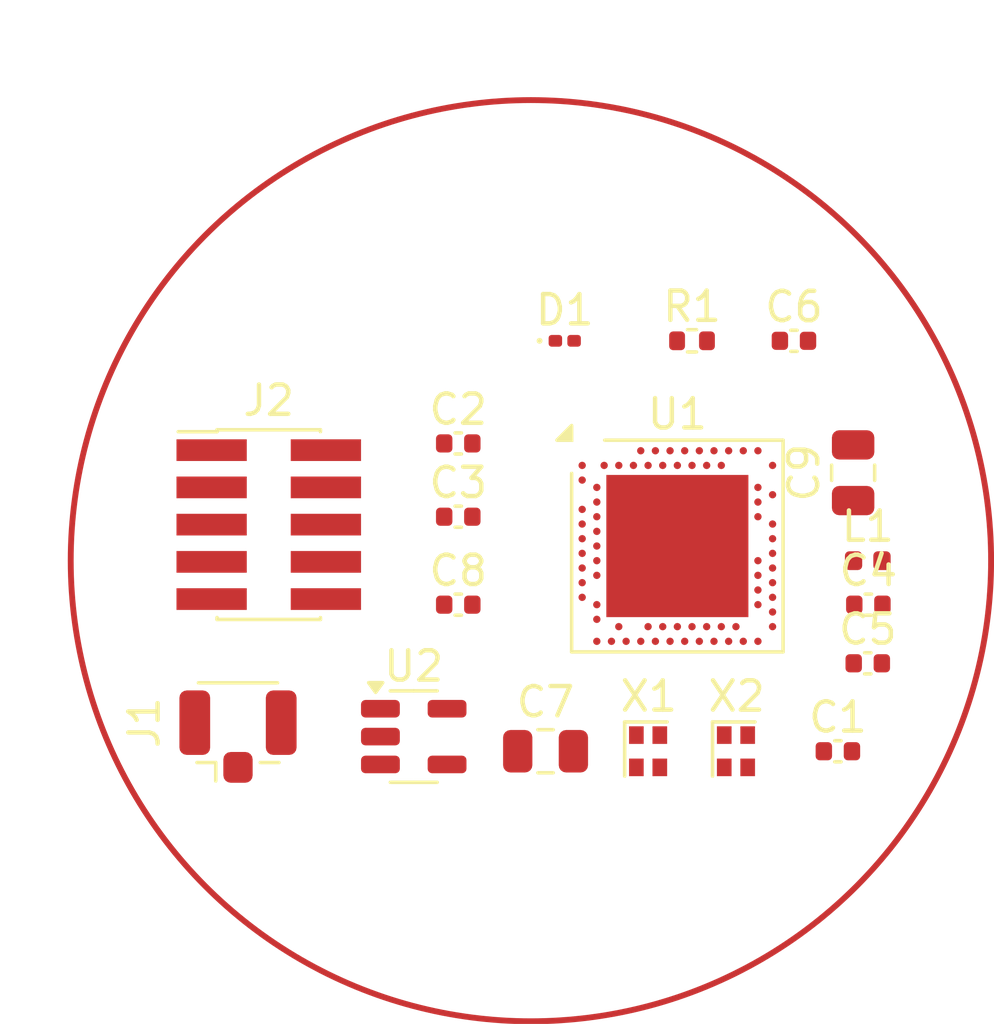
<source format=kicad_pcb>
(kicad_pcb (version 20240108) (generator "pcbnew") (generator_version "8.0")
  (layers (0 "F.Cu" signal) (31 "B.Cu" signal) (34 "B.Paste" user) (35 "F.Paste" user) (36 "B.SilkS" user "B.Silkscreen") (37 "F.SilkS" user "F.Silkscreen") (38 "B.Mask" user) (39 "F.Mask" user) (44 "Edge.Cuts" user))
  (net 0 "")
  (net 1 "Net-(U1-P0.01{slash}XL2)")
  (net 2 "GND")
  (net 3 "Net-(U1-P0.00{slash}XL1)")
  (net 5 "Net-(C4-Pad1)")
  (net 6 "Net-(U1-ANT)")
  (net 7 "+3.3V")
  (net 8 "+5V")
  (net 9 "Net-(J2-~{RESET})")
  (net 10 "Net-(D1-K)")
  (net 11 "Net-(D1-A)")
  (net 14 "Net-(J2-SWDIO)")
  (net 16 "Net-(J2-VCC)")
  (net 17 "Net-(J2-SWCLK)")
  (net 19 "Net-(U1-XC2)")
  (net 28 "Net-(U1-XC1)")
  (footprint "Connector_PinHeader_1.27mm:PinHeader_2x05_P1.27mm_Vertical_SMD" (layer "F.Cu") (at 120.05 77.77)
    (property "Reference" "J2" (at 0 -4.235 0) (layer "F.SilkS"))
    (property "Value" "Conn_ARM_SWD_TagConnect_TC2030")
    (fp_line (start -3.09 -3.17) (end -1.765 -3.17) (stroke (width 0.12)) (layer "F.SilkS"))
    (fp_line (start -1.765 -3.235) (end -1.765 -3.17) (stroke (width 0.12)) (layer "F.SilkS"))
    (fp_line (start -1.765 -3.235) (end 1.765 -3.235) (stroke (width 0.12)) (layer "F.SilkS"))
    (fp_line (start -1.765 3.17) (end -1.765 3.235) (stroke (width 0.12)) (layer "F.SilkS"))
    (fp_line (start -1.765 3.235) (end 1.765 3.235) (stroke (width 0.12)) (layer "F.SilkS"))
    (fp_line (start 1.765 -3.235) (end 1.765 -3.17) (stroke (width 0.12)) (layer "F.SilkS"))
    (fp_line (start 1.765 3.17) (end 1.765 3.235) (stroke (width 0.12)) (layer "F.SilkS"))
    (pad "1" smd rect (at -1.95 -2.54) (size 2.4 0.74) (layers "F.Cu" "F.Paste" "F.Mask") (net 16 "Net-(J2-VCC)"))
    (pad "2" smd rect (at 1.95 -2.54) (size 2.4 0.74) (layers "F.Cu" "F.Paste" "F.Mask") (net 14 "Net-(J2-SWDIO)"))
    (pad "3" smd rect (at -1.95 -1.27) (size 2.4 0.74) (layers "F.Cu" "F.Paste" "F.Mask") (net 9 "Net-(J2-~{RESET})"))
    (pad "4" smd rect (at 1.95 -1.27) (size 2.4 0.74) (layers "F.Cu" "F.Paste" "F.Mask") (net 17 "Net-(J2-SWCLK)"))
    (pad "5" smd rect (at -1.95 0) (size 2.4 0.74) (layers "F.Cu" "F.Paste" "F.Mask") (net 2 "GND"))
    (pad "6" smd rect (at 1.95 0) (size 2.4 0.74) (layers "F.Cu" "F.Paste" "F.Mask"))
    (pad "7" smd rect (at -1.95 1.27) (size 2.4 0.74) (layers "F.Cu" "F.Paste" "F.Mask"))
    (pad "8" smd rect (at 1.95 1.27) (size 2.4 0.74) (layers "F.Cu" "F.Paste" "F.Mask"))
    (pad "9" smd rect (at -1.95 2.54) (size 2.4 0.74) (layers "F.Cu" "F.Paste" "F.Mask"))
    (pad "10" smd rect (at 1.95 2.54) (size 2.4 0.74) (layers "F.Cu" "F.Paste" "F.Mask"))
  )
  (footprint "Connector_Coaxial:U.FL_Hirose_U.FL-R-SMT-1_Vertical" (layer "F.Cu") (at 119 85 90)
    (property "Reference" "J1" (at 0.475 -3.2 270) (layer "F.SilkS"))
    (property "Value" "Conn_Coaxial_Small")
    (fp_line (start -0.885 -1.4) (end -0.885 -0.76) (stroke (width 0.12)) (layer "F.SilkS"))
    (fp_line (start 1.835 -1.35) (end 1.835 1.35) (stroke (width 0.12)) (layer "F.SilkS"))
    (fp_line (start -0.885 -0.76) (end -1.515 -0.76) (stroke (width 0.12)) (layer "F.SilkS"))
    (fp_line (start -0.885 1.4) (end -0.885 0.76) (stroke (width 0.12)) (layer "F.SilkS"))
    (pad "1" smd roundrect (at -1.05 0 90) (size 1.05 1) (layers "F.Cu" "F.Paste" "F.Mask"))
    (pad "2" smd roundrect (at 0.475 -1.475 90) (size 2.2 1.05) (layers "F.Cu" "F.Paste" "F.Mask") (roundrect_rratio 0.2380952381))
    (pad "2" smd roundrect (at 0.475 1.475 90) (size 2.2 1.05) (layers "F.Cu" "F.Paste" "F.Mask") (roundrect_rratio 0.2380952381))
  )
  (footprint "Resistor_SMD:R_0402_1005Metric" (layer "F.Cu") (at 134.5 71.5)
    (property "Reference" "R1" (at 0 -1.17 0) (layer "F.SilkS"))
    (property "Value" "220R")
    (fp_line (start -0.153641 -0.38) (end 0.153641 -0.38) (stroke (width 0.12)) (layer "F.SilkS"))
    (fp_line (start -0.153641 0.38) (end 0.153641 0.38) (stroke (width 0.12)) (layer "F.SilkS"))
    (pad "1" smd roundrect (at -0.51 0) (size 0.54 0.64) (layers "F.Cu" "F.Paste" "F.Mask") (net 10 "Net-(D1-K)"))
    (pad "2" smd roundrect (at 0.51 0) (size 0.54 0.64) (layers "F.Cu" "F.Paste" "F.Mask") (net 2 "GND"))
  )
  (footprint "Capacitor_SMD:C_0402_1005Metric" (layer "F.Cu") (at 126.52 77.5)
    (property "Reference" "C3" (at 0 -1.16 0) (layer "F.SilkS"))
    (property "Value" "NC")
    (fp_line (start -0.107836 -0.36) (end 0.107836 -0.36) (stroke (width 0.12)) (layer "F.SilkS"))
    (fp_line (start -0.107836 0.36) (end 0.107836 0.36) (stroke (width 0.12)) (layer "F.SilkS"))
    (pad "1" smd roundrect (at -0.48 0) (size 0.56 0.62) (layers "F.Cu" "F.Paste" "F.Mask"))
    (pad "2" smd roundrect (at 0.48 0) (size 0.56 0.62) (layers "F.Cu" "F.Paste" "F.Mask") (net 2 "GND"))
  )
  (footprint "Oscillator:Oscillator_SMD_Abracon_ASCO-4Pin_1.6x1.2mm" (layer "F.Cu") (at 136 85.5)
    (property "Reference" "X2" (at 0.025 -1.875 0) (layer "F.SilkS"))
    (property "Value" "32kHz768")
    (fp_line (start -0.8 -1) (end -0.8 0.85) (stroke (width 0.12)) (layer "F.SilkS"))
    (fp_line (start 0.65 -1) (end -0.8 -1) (stroke (width 0.12)) (layer "F.SilkS"))
    (pad "1" smd rect (at -0.4 -0.55) (size 0.5 0.6) (layers "F.Cu" "F.Paste" "F.Mask") (net 1 "Net-(U1-P0.01{slash}XL2)"))
    (pad "2" smd rect (at -0.4 0.55) (size 0.5 0.6) (layers "F.Cu" "F.Paste" "F.Mask") (net 3 "Net-(U1-P0.00{slash}XL1)"))
    (pad "3" smd rect (at 0.4 0.55) (size 0.5 0.6) (layers "F.Cu" "F.Paste" "F.Mask"))
    (pad "4" smd rect (at 0.4 -0.55) (size 0.5 0.6) (layers "F.Cu" "F.Paste" "F.Mask"))
  )
  (footprint "Capacitor_SMD:C_0402_1005Metric" (layer "F.Cu") (at 126.52 75)
    (property "Reference" "C2" (at 0 -1.16 0) (layer "F.SilkS"))
    (property "Value" "12pF")
    (fp_line (start -0.107836 -0.36) (end 0.107836 -0.36) (stroke (width 0.12)) (layer "F.SilkS"))
    (fp_line (start -0.107836 0.36) (end 0.107836 0.36) (stroke (width 0.12)) (layer "F.SilkS"))
    (pad "1" smd roundrect (at -0.48 0) (size 0.56 0.62) (layers "F.Cu" "F.Paste" "F.Mask") (net 2 "GND"))
    (pad "2" smd roundrect (at 0.48 0) (size 0.56 0.62) (layers "F.Cu" "F.Paste" "F.Mask") (net 3 "Net-(U1-P0.00{slash}XL1)"))
  )
  (footprint "Oscillator:Oscillator_SMD_Abracon_ASCO-4Pin_1.6x1.2mm" (layer "F.Cu") (at 133 85.5)
    (property "Reference" "X1" (at 0.025 -1.875 0) (layer "F.SilkS"))
    (property "Value" "32MHz")
    (fp_line (start -0.8 -1) (end -0.8 0.85) (stroke (width 0.12)) (layer "F.SilkS"))
    (fp_line (start 0.65 -1) (end -0.8 -1) (stroke (width 0.12)) (layer "F.SilkS"))
    (pad "1" smd rect (at -0.4 -0.55) (size 0.5 0.6) (layers "F.Cu" "F.Paste" "F.Mask") (net 19 "Net-(U1-XC2)"))
    (pad "2" smd rect (at -0.4 0.55) (size 0.5 0.6) (layers "F.Cu" "F.Paste" "F.Mask") (net 2 "GND"))
    (pad "3" smd rect (at 0.4 0.55) (size 0.5 0.6) (layers "F.Cu" "F.Paste" "F.Mask") (net 28 "Net-(U1-XC1)"))
    (pad "4" smd rect (at 0.4 -0.55) (size 0.5 0.6) (layers "F.Cu" "F.Paste" "F.Mask") (net 2 "GND"))
  )
  (footprint "Package_DFN_QFN:Nordic_AQFN-73-1EP_7x7mm_P0.5mm" (layer "F.Cu") (at 134 78.5)
    (property "Reference" "U1" (at 0 -4.5 0) (layer "F.SilkS"))
    (property "Value" "NRF52840-CKAA-R")
    (fp_line (start -3.61 -2.48) (end -3.61 3.61) (stroke (width 0.12)) (layer "F.SilkS"))
    (fp_line (start -3.61 3.61) (end 3.61 3.61) (stroke (width 0.12)) (layer "F.SilkS"))
    (fp_line (start 3.61 -3.61) (end -2.48 -3.61) (stroke (width 0.12)) (layer "F.SilkS"))
    (fp_line (start 3.61 3.61) (end 3.61 -3.61) (stroke (width 0.12)) (layer "F.SilkS"))
    (fp_poly (pts (xy -3.61 -3.61) (xy -4.11 -3.61) (xy -3.61 -4.11) (xy -3.61 -3.61)) (stroke (width 0.12)) (fill solid) (layer "F.SilkS"))
    (pad "A8" smd circle (at -1.25 -3.25 180) (size 0.25 0.25) (property pad_prop_bga) (layers "F.Cu" "F.Paste" "F.Mask"))
    (pad "A10" smd circle (at -0.75 -3.25 180) (size 0.25 0.25) (property pad_prop_bga) (layers "F.Cu" "F.Paste" "F.Mask"))
    (pad "A12" smd circle (at -0.25 -3.25 180) (size 0.25 0.25) (property pad_prop_bga) (layers "F.Cu" "F.Paste" "F.Mask"))
    (pad "A14" smd circle (at 0.25 -3.25 180) (size 0.25 0.25) (property pad_prop_bga) (layers "F.Cu" "F.Paste" "F.Mask"))
    (pad "A16" smd circle (at 0.75 -3.25 180) (size 0.25 0.25) (property pad_prop_bga) (layers "F.Cu" "F.Paste" "F.Mask"))
    (pad "A18" smd circle (at 1.25 -3.25 180) (size 0.25 0.25) (property pad_prop_bga) (layers "F.Cu" "F.Paste" "F.Mask"))
    (pad "A20" smd circle (at 1.75 -3.25 180) (size 0.25 0.25) (property pad_prop_bga) (layers "F.Cu" "F.Paste" "F.Mask"))
    (pad "A22" smd circle (at 2.25 -3.25 180) (size 0.25 0.25) (property pad_prop_bga) (layers "F.Cu" "F.Paste" "F.Mask"))
    (pad "A23" smd circle (at 2.75 -3.25 180) (size 0.25 0.25) (property pad_prop_bga) (layers "F.Cu" "F.Paste" "F.Mask"))
    (pad "AA24" smd circle (at 3.25 2.25 180) (size 0.25 0.25) (property pad_prop_bga) (layers "F.Cu" "F.Paste" "F.Mask"))
    (pad "AB2" smd circle (at -2.75 2.5 180) (size 0.25 0.25) (property pad_prop_bga) (layers "F.Cu" "F.Paste" "F.Mask"))
    (pad "AC5" smd circle (at -2 2.75 180) (size 0.25 0.25) (property pad_prop_bga) (layers "F.Cu" "F.Paste" "F.Mask"))
    (pad "AC9" smd circle (at -1 2.75 180) (size 0.25 0.25) (property pad_prop_bga) (layers "F.Cu" "F.Paste" "F.Mask"))
    (pad "AC11" smd circle (at -0.5 2.75 180) (size 0.25 0.25) (property pad_prop_bga) (layers "F.Cu" "F.Paste" "F.Mask"))
    (pad "AC13" smd circle (at 0 2.75 180) (size 0.25 0.25) (property pad_prop_bga) (layers "F.Cu" "F.Paste" "F.Mask"))
    (pad "AC15" smd circle (at 0.5 2.75 180) (size 0.25 0.25) (property pad_prop_bga) (layers "F.Cu" "F.Paste" "F.Mask"))
    (pad "AC17" smd circle (at 1 2.75 180) (size 0.25 0.25) (property pad_prop_bga) (layers "F.Cu" "F.Paste" "F.Mask"))
    (pad "AC19" smd circle (at 1.5 2.75 180) (size 0.25 0.25) (property pad_prop_bga) (layers "F.Cu" "F.Paste" "F.Mask"))
    (pad "AC21" smd circle (at 2 2.75 180) (size 0.25 0.25) (property pad_prop_bga) (layers "F.Cu" "F.Paste" "F.Mask"))
    (pad "AC24" smd circle (at 3.25 2.75 180) (size 0.25 0.25) (property pad_prop_bga) (layers "F.Cu" "F.Paste" "F.Mask"))
    (pad "AD2" smd circle (at -2.75 3.25 180) (size 0.25 0.25) (property pad_prop_bga) (layers "F.Cu" "F.Paste" "F.Mask"))
    (pad "AD4" smd circle (at -2.25 3.25 180) (size 0.25 0.25) (property pad_prop_bga) (layers "F.Cu" "F.Paste" "F.Mask"))
    (pad "AD6" smd circle (at -1.75 3.25 180) (size 0.25 0.25) (property pad_prop_bga) (layers "F.Cu" "F.Paste" "F.Mask"))
    (pad "AD8" smd circle (at -1.25 3.25 180) (size 0.25 0.25) (property pad_prop_bga) (layers "F.Cu" "F.Paste" "F.Mask"))
    (pad "AD10" smd circle (at -0.75 3.25 180) (size 0.25 0.25) (property pad_prop_bga) (layers "F.Cu" "F.Paste" "F.Mask"))
    (pad "AD12" smd circle (at -0.25 3.25 180) (size 0.25 0.25) (property pad_prop_bga) (layers "F.Cu" "F.Paste" "F.Mask"))
    (pad "AD14" smd circle (at 0.25 3.25 180) (size 0.25 0.25) (property pad_prop_bga) (layers "F.Cu" "F.Paste" "F.Mask"))
    (pad "AD16" smd circle (at 0.75 3.25 180) (size 0.25 0.25) (property pad_prop_bga) (layers "F.Cu" "F.Paste" "F.Mask"))
    (pad "AD18" smd circle (at 1.25 3.25 180) (size 0.25 0.25) (property pad_prop_bga) (layers "F.Cu" "F.Paste" "F.Mask"))
    (pad "AD20" smd circle (at 1.75 3.25 180) (size 0.25 0.25) (property pad_prop_bga) (layers "F.Cu" "F.Paste" "F.Mask"))
    (pad "AD22" smd circle (at 2.25 3.25 180) (size 0.25 0.25) (property pad_prop_bga) (layers "F.Cu" "F.Paste" "F.Mask"))
    (pad "AD23" smd circle (at 2.75 3.25 180) (size 0.25 0.25) (property pad_prop_bga) (layers "F.Cu" "F.Paste" "F.Mask"))
    (pad "B1" smd circle (at -3.25 -2.75 180) (size 0.25 0.25) (property pad_prop_bga) (layers "F.Cu" "F.Paste" "F.Mask"))
    (pad "B3" smd circle (at -2.5 -2.75 180) (size 0.25 0.25) (property pad_prop_bga) (layers "F.Cu" "F.Paste" "F.Mask") (net 7 "+3.3V"))
    (pad "B5" smd circle (at -2 -2.75 180) (size 0.25 0.25) (property pad_prop_bga) (layers "F.Cu" "F.Paste" "F.Mask"))
    (pad "B7" smd circle (at -1.5 -2.75 180) (size 0.25 0.25) (property pad_prop_bga) (layers "F.Cu" "F.Paste" "F.Mask"))
    (pad "B9" smd circle (at -1 -2.75 180) (size 0.25 0.25) (property pad_prop_bga) (layers "F.Cu" "F.Paste" "F.Mask") (net 3 "Net-(U1-P0.00{slash}XL1)"))
    (pad "B11" smd circle (at -0.5 -2.75 180) (size 0.25 0.25) (property pad_prop_bga) (layers "F.Cu" "F.Paste" "F.Mask"))
    (pad "B13" smd circle (at 0 -2.75 180) (size 0.25 0.25) (property pad_prop_bga) (layers "F.Cu" "F.Paste" "F.Mask"))
    (pad "B15" smd circle (at 0.5 -2.75 180) (size 0.25 0.25) (property pad_prop_bga) (layers "F.Cu" "F.Paste" "F.Mask"))
    (pad "B17" smd circle (at 1 -2.75 180) (size 0.25 0.25) (property pad_prop_bga) (layers "F.Cu" "F.Paste" "F.Mask"))
    (pad "B19" smd circle (at 1.5 -2.75 180) (size 0.25 0.25) (property pad_prop_bga) (layers "F.Cu" "F.Paste" "F.Mask"))
    (pad "B24" smd circle (at 3.25 -2.75 180) (size 0.25 0.25) (property pad_prop_bga) (layers "F.Cu" "F.Paste" "F.Mask"))
    (pad "C1" smd circle (at -3.25 -2.25 180) (size 0.25 0.25) (property pad_prop_bga) (layers "F.Cu" "F.Paste" "F.Mask") (net 2 "GND"))
    (pad "D2" smd circle (at -2.75 -2 180) (size 0.25 0.25) (property pad_prop_bga) (layers "F.Cu" "F.Paste" "F.Mask"))
    (pad "D23" smd circle (at 2.75 -2 180) (size 0.25 0.25) (property pad_prop_bga) (layers "F.Cu" "F.Paste" "F.Mask"))
    (pad "E24" smd circle (at 3.25 -1.75 180) (size 0.25 0.25) (property pad_prop_bga) (layers "F.Cu" "F.Paste" "F.Mask"))
    (pad "EP" smd rect (at 0 0 180) (size 4.85 4.85) (layers "F.Cu" "F.Mask"))
    (pad "F2" smd circle (at -2.75 -1.5 180) (size 0.25 0.25) (property pad_prop_bga) (layers "F.Cu" "F.Paste" "F.Mask"))
    (pad "F23" smd circle (at 2.75 -1.5 180) (size 0.25 0.25) (property pad_prop_bga) (layers "F.Cu" "F.Paste" "F.Mask"))
    (pad "G1" smd circle (at -3.25 -1.25 180) (size 0.25 0.25) (property pad_prop_bga) (layers "F.Cu" "F.Paste" "F.Mask"))
    (pad "H2" smd circle (at -2.75 -1 180) (size 0.25 0.25) (property pad_prop_bga) (layers "F.Cu" "F.Paste" "F.Mask") (net 17 "Net-(J2-SWCLK)"))
    (pad "H23" smd circle (at 2.75 -1 180) (size 0.25 0.25) (property pad_prop_bga) (layers "F.Cu" "F.Paste" "F.Mask"))
    (pad "J1" smd circle (at -3.25 -0.75 180) (size 0.25 0.25) (property pad_prop_bga) (layers "F.Cu" "F.Paste" "F.Mask"))
    (pad "J24" smd circle (at 3.25 -0.75 180) (size 0.25 0.25) (property pad_prop_bga) (layers "F.Cu" "F.Paste" "F.Mask"))
    (pad "K2" smd circle (at -2.75 -0.5 180) (size 0.25 0.25) (property pad_prop_bga) (layers "F.Cu" "F.Paste" "F.Mask"))
    (pad "L1" smd circle (at -3.25 -0.25 180) (size 0.25 0.25) (property pad_prop_bga) (layers "F.Cu" "F.Paste" "F.Mask"))
    (pad "L24" smd circle (at 3.25 -0.25 180) (size 0.25 0.25) (property pad_prop_bga) (layers "F.Cu" "F.Paste" "F.Mask"))
    (pad "M2" smd circle (at -2.75 0 180) (size 0.25 0.25) (property pad_prop_bga) (layers "F.Cu" "F.Paste" "F.Mask"))
    (pad "N1" smd circle (at -3.25 0.25 180) (size 0.25 0.25) (property pad_prop_bga) (layers "F.Cu" "F.Paste" "F.Mask"))
    (pad "N24" smd circle (at 3.25 0.25 180) (size 0.25 0.25) (property pad_prop_bga) (layers "F.Cu" "F.Paste" "F.Mask"))
    (pad "P2" smd circle (at -2.75 0.5 180) (size 0.25 0.25) (property pad_prop_bga) (layers "F.Cu" "F.Paste" "F.Mask"))
    (pad "P23" smd circle (at 2.75 0.5 180) (size 0.25 0.25) (property pad_prop_bga) (layers "F.Cu" "F.Paste" "F.Mask"))
    (pad "R1" smd circle (at -3.25 0.75 180) (size 0.25 0.25) (property pad_prop_bga) (layers "F.Cu" "F.Paste" "F.Mask"))
    (pad "R24" smd circle (at 3.25 0.75 180) (size 0.25 0.25) (property pad_prop_bga) (layers "F.Cu" "F.Paste" "F.Mask"))
    (pad "T2" smd circle (at -2.75 1 180) (size 0.25 0.25) (property pad_prop_bga) (layers "F.Cu" "F.Paste" "F.Mask"))
    (pad "T23" smd circle (at 2.75 1 180) (size 0.25 0.25) (property pad_prop_bga) (layers "F.Cu" "F.Paste" "F.Mask"))
    (pad "U1" smd circle (at -3.25 1.25 180) (size 0.25 0.25) (property pad_prop_bga) (layers "F.Cu" "F.Paste" "F.Mask"))
    (pad "U24" smd circle (at 3.25 1.25 180) (size 0.25 0.25) (property pad_prop_bga) (layers "F.Cu" "F.Paste" "F.Mask"))
    (pad "V23" smd circle (at 2.75 1.5 180) (size 0.25 0.25) (property pad_prop_bga) (layers "F.Cu" "F.Paste" "F.Mask"))
    (pad "W1" smd circle (at -3.25 1.75 180) (size 0.25 0.25) (property pad_prop_bga) (layers "F.Cu" "F.Paste" "F.Mask"))
    (pad "W24" smd circle (at 3.25 1.75 180) (size 0.25 0.25) (property pad_prop_bga) (layers "F.Cu" "F.Paste" "F.Mask"))
    (pad "Y2" smd circle (at -2.75 2 180) (size 0.25 0.25) (property pad_prop_bga) (layers "F.Cu" "F.Paste" "F.Mask"))
    (pad "Y23" smd circle (at 2.75 2 180) (size 0.25 0.25) (property pad_prop_bga) (layers "F.Cu" "F.Paste" "F.Mask"))
  )
  (footprint "Capacitor_SMD:C_0805_2012Metric" (layer "F.Cu") (at 140 76 90)
    (property "Reference" "C9" (at 0 -1.68 270) (layer "F.SilkS"))
    (property "Value" "4u7")
    (fp_line (start -0.261252 -0.735) (end 0.261252 -0.735) (stroke (width 0.12)) (layer "F.SilkS"))
    (fp_line (start -0.261252 0.735) (end 0.261252 0.735) (stroke (width 0.12)) (layer "F.SilkS"))
    (pad "1" smd roundrect (at -0.95 0 90) (size 1 1.45) (layers "F.Cu" "F.Paste" "F.Mask") (net 7 "+3.3V"))
    (pad "2" smd roundrect (at 0.95 0 90) (size 1 1.45) (layers "F.Cu" "F.Paste" "F.Mask") (net 2 "GND"))
  )
  (footprint "Capacitor_SMD:C_0805_2012Metric" (layer "F.Cu") (at 129.5 85.5)
    (property "Reference" "C7" (at 0 -1.68 0) (layer "F.SilkS"))
    (property "Value" "4u7")
    (fp_line (start -0.261252 -0.735) (end 0.261252 -0.735) (stroke (width 0.12)) (layer "F.SilkS"))
    (fp_line (start -0.261252 0.735) (end 0.261252 0.735) (stroke (width 0.12)) (layer "F.SilkS"))
    (pad "1" smd roundrect (at -0.95 0) (size 1 1.45) (layers "F.Cu" "F.Paste" "F.Mask") (net 8 "+5V"))
    (pad "2" smd roundrect (at 0.95 0) (size 1 1.45) (layers "F.Cu" "F.Paste" "F.Mask") (net 2 "GND"))
  )
  (footprint "Capacitor_SMD:C_0402_1005Metric" (layer "F.Cu") (at 137.98 71.5)
    (property "Reference" "C6" (at 0 -1.16 0) (layer "F.SilkS"))
    (property "Value" "100n")
    (fp_line (start -0.107836 -0.36) (end 0.107836 -0.36) (stroke (width 0.12)) (layer "F.SilkS"))
    (fp_line (start -0.107836 0.36) (end 0.107836 0.36) (stroke (width 0.12)) (layer "F.SilkS"))
    (pad "1" smd roundrect (at -0.48 0) (size 0.56 0.62) (layers "F.Cu" "F.Paste" "F.Mask") (net 7 "+3.3V"))
    (pad "2" smd roundrect (at 0.48 0) (size 0.56 0.62) (layers "F.Cu" "F.Paste" "F.Mask") (net 2 "GND"))
  )
  (footprint "Capacitor_SMD:C_0402_1005Metric" (layer "F.Cu") (at 140.5 82.5)
    (property "Reference" "C5" (at 0 -1.16 0) (layer "F.SilkS"))
    (property "Value" "0pF8")
    (fp_line (start -0.107836 -0.36) (end 0.107836 -0.36) (stroke (width 0.12)) (layer "F.SilkS"))
    (fp_line (start -0.107836 0.36) (end 0.107836 0.36) (stroke (width 0.12)) (layer "F.SilkS"))
    (pad "1" smd roundrect (at -0.48 0) (size 0.56 0.62) (layers "F.Cu" "F.Paste" "F.Mask") (net 6 "Net-(U1-ANT)"))
    (pad "2" smd roundrect (at 0.48 0) (size 0.56 0.62) (layers "F.Cu" "F.Paste" "F.Mask") (net 2 "GND"))
  )
  (footprint "LED_SMD:LED_0201_0603Metric" (layer "F.Cu") (at 130.155 71.5)
    (property "Reference" "D1" (at 0 -1.05 0) (layer "F.SilkS"))
    (property "Value" "LED")
    (fp_circle (center -0.86 0) (end -0.81 0) (stroke (width 0.1)) (fill none) (layer "F.SilkS"))
    (pad "1" smd roundrect (at -0.32 0) (size 0.46 0.4) (layers "F.Cu" "F.Mask") (net 10 "Net-(D1-K)"))
    (pad "2" smd roundrect (at 0.32 0) (size 0.46 0.4) (layers "F.Cu" "F.Mask") (net 11 "Net-(D1-A)"))
  )
  (footprint "Capacitor_SMD:C_0402_1005Metric" (layer "F.Cu") (at 140.52 80.5)
    (property "Reference" "C4" (at 0 -1.16 0) (layer "F.SilkS"))
    (property "Value" "0pF5")
    (fp_line (start -0.107836 -0.36) (end 0.107836 -0.36) (stroke (width 0.12)) (layer "F.SilkS"))
    (fp_line (start -0.107836 0.36) (end 0.107836 0.36) (stroke (width 0.12)) (layer "F.SilkS"))
    (pad "1" smd roundrect (at -0.48 0) (size 0.56 0.62) (layers "F.Cu" "F.Paste" "F.Mask") (net 5 "Net-(C4-Pad1)"))
    (pad "2" smd roundrect (at 0.48 0) (size 0.56 0.62) (layers "F.Cu" "F.Paste" "F.Mask") (net 2 "GND"))
  )
  (footprint "Capacitor_SMD:C_0402_1005Metric" (layer "F.Cu") (at 139.48 85.5)
    (property "Reference" "C1" (at 0 -1.16 0) (layer "F.SilkS"))
    (property "Value" "12pF")
    (fp_line (start -0.107836 -0.36) (end 0.107836 -0.36) (stroke (width 0.12)) (layer "F.SilkS"))
    (fp_line (start -0.107836 0.36) (end 0.107836 0.36) (stroke (width 0.12)) (layer "F.SilkS"))
    (pad "1" smd roundrect (at -0.48 0) (size 0.56 0.62) (layers "F.Cu" "F.Paste" "F.Mask") (net 2 "GND"))
    (pad "2" smd roundrect (at 0.48 0) (size 0.56 0.62) (layers "F.Cu" "F.Paste" "F.Mask") (net 1 "Net-(U1-P0.01{slash}XL2)"))
  )
  (footprint "Package_TO_SOT_SMD:SOT-23-5" (layer "F.Cu") (at 125 85)
    (property "Reference" "U2" (at 0 -2.4 0) (layer "F.SilkS"))
    (property "Value" "MIC5365-3.3YD5")
    (fp_line (start 0 -1.56) (end -0.8 -1.56) (stroke (width 0.12)) (layer "F.SilkS"))
    (fp_line (start 0 -1.56) (end 0.8 -1.56) (stroke (width 0.12)) (layer "F.SilkS"))
    (fp_line (start 0 1.56) (end -0.8 1.56) (stroke (width 0.12)) (layer "F.SilkS"))
    (fp_line (start 0 1.56) (end 0.8 1.56) (stroke (width 0.12)) (layer "F.SilkS"))
    (fp_poly (pts (xy -1.3 -1.51) (xy -1.54 -1.84) (xy -1.06 -1.84) (xy -1.3 -1.51)) (stroke (width 0.12)) (fill solid) (layer "F.SilkS"))
    (pad "1" smd roundrect (at -1.1375 -0.95) (size 1.325 0.6) (layers "F.Cu" "F.Paste" "F.Mask") (net 8 "+5V"))
    (pad "2" smd roundrect (at -1.1375 0) (size 1.325 0.6) (layers "F.Cu" "F.Paste" "F.Mask") (net 2 "GND"))
    (pad "3" smd roundrect (at -1.1375 0.95) (size 1.325 0.6) (layers "F.Cu" "F.Paste" "F.Mask") (net 8 "+5V"))
    (pad "4" smd roundrect (at 1.1375 0.95) (size 1.325 0.6) (layers "F.Cu" "F.Paste" "F.Mask"))
    (pad "5" smd roundrect (at 1.1375 -0.95) (size 1.325 0.6) (layers "F.Cu" "F.Paste" "F.Mask") (net 7 "+3.3V"))
  )
  (footprint "Inductor_SMD:L_0402_1005Metric" (layer "F.Cu") (at 140.5 79)
    (property "Reference" "L1" (at 0 -1.17 0) (layer "F.SilkS"))
    (property "Value" "4nH7")
    (pad "1" smd roundrect (at -0.485 0) (size 0.59 0.64) (layers "F.Cu" "F.Paste" "F.Mask") (net 5 "Net-(C4-Pad1)"))
    (pad "2" smd roundrect (at 0.485 0) (size 0.59 0.64) (layers "F.Cu" "F.Paste" "F.Mask") (net 6 "Net-(U1-ANT)"))
  )
  (footprint "Capacitor_SMD:C_0402_1005Metric" (layer "F.Cu") (at 126.52 80.5)
    (property "Reference" "C8" (at 0 -1.16 0) (layer "F.SilkS"))
    (property "Value" "100n")
    (fp_line (start -0.107836 -0.36) (end 0.107836 -0.36) (stroke (width 0.12)) (layer "F.SilkS"))
    (fp_line (start -0.107836 0.36) (end 0.107836 0.36) (stroke (width 0.12)) (layer "F.SilkS"))
    (pad "1" smd roundrect (at -0.48 0) (size 0.56 0.62) (layers "F.Cu" "F.Paste" "F.Mask") (net 9 "Net-(J2-~{RESET})"))
    (pad "2" smd roundrect (at 0.48 0) (size 0.56 0.62) (layers "F.Cu" "F.Paste" "F.Mask") (net 2 "GND"))
  )
  (gr_circle (center 129 79) (end 143.52 85) (stroke (width 0.2)) (fill none) (layer "F.Cu"))
)
</source>
